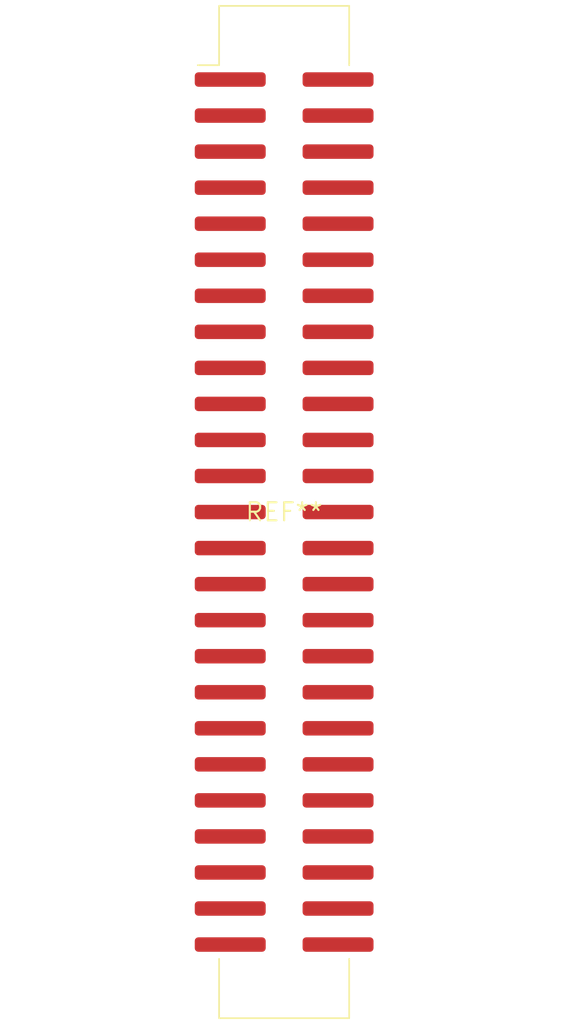
<source format=kicad_pcb>
(kicad_pcb (version 20240108) (generator pcbnew)
  (layers (0 "F.Cu" signal) (31 "B.Cu" signal) (34 "B.Paste" user) (35 "F.Paste" user) (36 "B.SilkS" user "B.Silkscreen") (37 "F.SilkS" user "F.Silkscreen") (38 "B.Mask" user) (39 "F.Mask" user) (44 "Edge.Cuts" user))
  (net 0 "")
  (footprint "IDC-Header_2x25_P2.54mm_Vertical_SMD" (layer "F.Cu") (at 0 0)
    (property "Reference" "REF**")
    (property "Value" "IDC-Header_2x25_P2.54mm_Vertical_SMD")
    (fp_line (start -4.585 -35.67) (end 4.585 -35.67) (layer "F.SilkS") (stroke (width 0.12)))
    (fp_line (start -4.585 -31.49) (end -6.085 -31.49) (layer "F.SilkS") (stroke (width 0.12)))
    (fp_line (start -4.585 -31.49) (end -4.585 -35.67) (layer "F.SilkS") (stroke (width 0.12)))
    (fp_line (start -4.585 31.49) (end -4.585 35.67) (layer "F.SilkS") (stroke (width 0.12)))
    (fp_line (start -4.585 35.67) (end 4.585 35.67) (layer "F.SilkS") (stroke (width 0.12)))
    (fp_line (start 4.585 -35.67) (end 4.585 -31.49) (layer "F.SilkS") (stroke (width 0.12)))
    (fp_line (start 4.585 35.67) (end 4.585 31.49) (layer "F.SilkS") (stroke (width 0.12)))
    (pad "1" smd roundrect (at -3.8 -30.48) (size 5 1.02) (layers "F.Cu" "F.Paste" "F.Mask"))
    (pad "2" smd roundrect (at 3.8 -30.48) (size 5 1.02) (layers "F.Cu" "F.Paste" "F.Mask"))
    (pad "3" smd roundrect (at -3.8 -27.94) (size 5 1.02) (layers "F.Cu" "F.Paste" "F.Mask"))
    (pad "4" smd roundrect (at 3.8 -27.94) (size 5 1.02) (layers "F.Cu" "F.Paste" "F.Mask"))
    (pad "5" smd roundrect (at -3.8 -25.4) (size 5 1.02) (layers "F.Cu" "F.Paste" "F.Mask"))
    (pad "6" smd roundrect (at 3.8 -25.4) (size 5 1.02) (layers "F.Cu" "F.Paste" "F.Mask"))
    (pad "7" smd roundrect (at -3.8 -22.86) (size 5 1.02) (layers "F.Cu" "F.Paste" "F.Mask"))
    (pad "8" smd roundrect (at 3.8 -22.86) (size 5 1.02) (layers "F.Cu" "F.Paste" "F.Mask"))
    (pad "9" smd roundrect (at -3.8 -20.32) (size 5 1.02) (layers "F.Cu" "F.Paste" "F.Mask"))
    (pad "10" smd roundrect (at 3.8 -20.32) (size 5 1.02) (layers "F.Cu" "F.Paste" "F.Mask"))
    (pad "11" smd roundrect (at -3.8 -17.78) (size 5 1.02) (layers "F.Cu" "F.Paste" "F.Mask"))
    (pad "12" smd roundrect (at 3.8 -17.78) (size 5 1.02) (layers "F.Cu" "F.Paste" "F.Mask"))
    (pad "13" smd roundrect (at -3.8 -15.24) (size 5 1.02) (layers "F.Cu" "F.Paste" "F.Mask"))
    (pad "14" smd roundrect (at 3.8 -15.24) (size 5 1.02) (layers "F.Cu" "F.Paste" "F.Mask"))
    (pad "15" smd roundrect (at -3.8 -12.7) (size 5 1.02) (layers "F.Cu" "F.Paste" "F.Mask"))
    (pad "16" smd roundrect (at 3.8 -12.7) (size 5 1.02) (layers "F.Cu" "F.Paste" "F.Mask"))
    (pad "17" smd roundrect (at -3.8 -10.16) (size 5 1.02) (layers "F.Cu" "F.Paste" "F.Mask"))
    (pad "18" smd roundrect (at 3.8 -10.16) (size 5 1.02) (layers "F.Cu" "F.Paste" "F.Mask"))
    (pad "19" smd roundrect (at -3.8 -7.62) (size 5 1.02) (layers "F.Cu" "F.Paste" "F.Mask"))
    (pad "20" smd roundrect (at 3.8 -7.62) (size 5 1.02) (layers "F.Cu" "F.Paste" "F.Mask"))
    (pad "21" smd roundrect (at -3.8 -5.08) (size 5 1.02) (layers "F.Cu" "F.Paste" "F.Mask"))
    (pad "22" smd roundrect (at 3.8 -5.08) (size 5 1.02) (layers "F.Cu" "F.Paste" "F.Mask"))
    (pad "23" smd roundrect (at -3.8 -2.54) (size 5 1.02) (layers "F.Cu" "F.Paste" "F.Mask"))
    (pad "24" smd roundrect (at 3.8 -2.54) (size 5 1.02) (layers "F.Cu" "F.Paste" "F.Mask"))
    (pad "25" smd roundrect (at -3.8 0) (size 5 1.02) (layers "F.Cu" "F.Paste" "F.Mask"))
    (pad "26" smd roundrect (at 3.8 0) (size 5 1.02) (layers "F.Cu" "F.Paste" "F.Mask"))
    (pad "27" smd roundrect (at -3.8 2.54) (size 5 1.02) (layers "F.Cu" "F.Paste" "F.Mask"))
    (pad "28" smd roundrect (at 3.8 2.54) (size 5 1.02) (layers "F.Cu" "F.Paste" "F.Mask"))
    (pad "29" smd roundrect (at -3.8 5.08) (size 5 1.02) (layers "F.Cu" "F.Paste" "F.Mask"))
    (pad "30" smd roundrect (at 3.8 5.08) (size 5 1.02) (layers "F.Cu" "F.Paste" "F.Mask"))
    (pad "31" smd roundrect (at -3.8 7.62) (size 5 1.02) (layers "F.Cu" "F.Paste" "F.Mask"))
    (pad "32" smd roundrect (at 3.8 7.62) (size 5 1.02) (layers "F.Cu" "F.Paste" "F.Mask"))
    (pad "33" smd roundrect (at -3.8 10.16) (size 5 1.02) (layers "F.Cu" "F.Paste" "F.Mask"))
    (pad "34" smd roundrect (at 3.8 10.16) (size 5 1.02) (layers "F.Cu" "F.Paste" "F.Mask"))
    (pad "35" smd roundrect (at -3.8 12.7) (size 5 1.02) (layers "F.Cu" "F.Paste" "F.Mask"))
    (pad "36" smd roundrect (at 3.8 12.7) (size 5 1.02) (layers "F.Cu" "F.Paste" "F.Mask"))
    (pad "37" smd roundrect (at -3.8 15.24) (size 5 1.02) (layers "F.Cu" "F.Paste" "F.Mask"))
    (pad "38" smd roundrect (at 3.8 15.24) (size 5 1.02) (layers "F.Cu" "F.Paste" "F.Mask"))
    (pad "39" smd roundrect (at -3.8 17.78) (size 5 1.02) (layers "F.Cu" "F.Paste" "F.Mask"))
    (pad "40" smd roundrect (at 3.8 17.78) (size 5 1.02) (layers "F.Cu" "F.Paste" "F.Mask"))
    (pad "41" smd roundrect (at -3.8 20.32) (size 5 1.02) (layers "F.Cu" "F.Paste" "F.Mask"))
    (pad "42" smd roundrect (at 3.8 20.32) (size 5 1.02) (layers "F.Cu" "F.Paste" "F.Mask"))
    (pad "43" smd roundrect (at -3.8 22.86) (size 5 1.02) (layers "F.Cu" "F.Paste" "F.Mask"))
    (pad "44" smd roundrect (at 3.8 22.86) (size 5 1.02) (layers "F.Cu" "F.Paste" "F.Mask"))
    (pad "45" smd roundrect (at -3.8 25.4) (size 5 1.02) (layers "F.Cu" "F.Paste" "F.Mask"))
    (pad "46" smd roundrect (at 3.8 25.4) (size 5 1.02) (layers "F.Cu" "F.Paste" "F.Mask"))
    (pad "47" smd roundrect (at -3.8 27.94) (size 5 1.02) (layers "F.Cu" "F.Paste" "F.Mask"))
    (pad "48" smd roundrect (at 3.8 27.94) (size 5 1.02) (layers "F.Cu" "F.Paste" "F.Mask"))
    (pad "49" smd roundrect (at -3.8 30.48) (size 5 1.02) (layers "F.Cu" "F.Paste" "F.Mask"))
    (pad "50" smd roundrect (at 3.8 30.48) (size 5 1.02) (layers "F.Cu" "F.Paste" "F.Mask"))
  )
)
</source>
